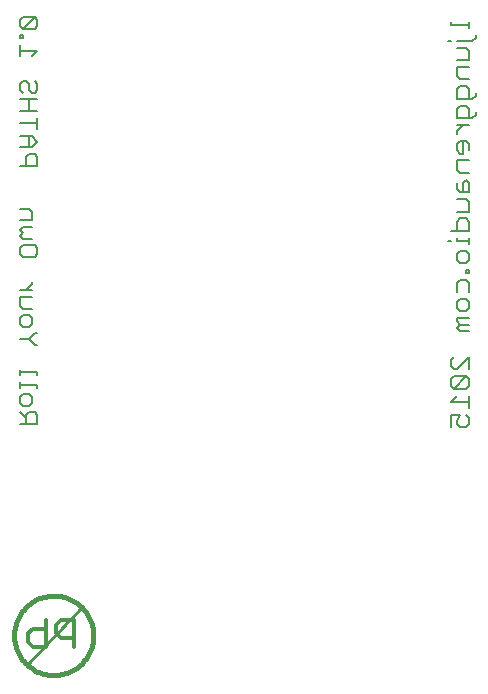
<source format=gbo>
G75*
%MOIN*%
%OFA0B0*%
%FSLAX24Y24*%
%IPPOS*%
%LPD*%
%AMOC8*
5,1,8,0,0,1.08239X$1,22.5*
%
%ADD10C,0.0080*%
%ADD11C,0.0120*%
%ADD12C,0.0160*%
%ADD13C,0.0100*%
D10*
X000584Y033359D02*
X001164Y033359D01*
X001164Y033650D01*
X001067Y033746D01*
X000874Y033746D01*
X000777Y033650D01*
X000777Y033359D01*
X000777Y033553D02*
X000584Y033746D01*
X000680Y033967D02*
X000584Y034064D01*
X000584Y034257D01*
X000680Y034354D01*
X000874Y034354D01*
X000971Y034257D01*
X000971Y034064D01*
X000874Y033967D01*
X000680Y033967D01*
X000584Y034575D02*
X000584Y034768D01*
X000584Y034671D02*
X001164Y034671D01*
X001164Y034575D01*
X001164Y034980D02*
X001164Y035077D01*
X000584Y035077D01*
X000584Y035173D02*
X000584Y034980D01*
X001067Y035993D02*
X000874Y036186D01*
X000584Y036186D01*
X000680Y036600D02*
X000584Y036697D01*
X000584Y036891D01*
X000680Y036987D01*
X000874Y036987D01*
X000971Y036891D01*
X000971Y036697D01*
X000874Y036600D01*
X000680Y036600D01*
X001067Y036380D02*
X000874Y036186D01*
X001067Y035993D02*
X001164Y035993D01*
X001164Y036380D02*
X001067Y036380D01*
X000971Y037208D02*
X000680Y037208D01*
X000584Y037305D01*
X000584Y037595D01*
X000971Y037595D01*
X000971Y037816D02*
X000584Y037816D01*
X000777Y037816D02*
X000971Y038009D01*
X000971Y038106D01*
X001067Y038930D02*
X000680Y038930D01*
X000584Y039027D01*
X000584Y039220D01*
X000680Y039317D01*
X001067Y039317D01*
X001164Y039220D01*
X001164Y039027D01*
X001067Y038930D01*
X000971Y039538D02*
X000680Y039538D01*
X000584Y039635D01*
X000680Y039731D01*
X000584Y039828D01*
X000680Y039925D01*
X000971Y039925D01*
X000971Y040145D02*
X000971Y040436D01*
X000874Y040532D01*
X000584Y040532D01*
X000584Y040145D02*
X000971Y040145D01*
X001164Y041969D02*
X000584Y041969D01*
X000777Y041969D02*
X000777Y042259D01*
X000874Y042356D01*
X001067Y042356D01*
X001164Y042259D01*
X001164Y041969D01*
X000971Y042576D02*
X001164Y042770D01*
X000971Y042963D01*
X000584Y042963D01*
X000584Y042576D02*
X000971Y042576D01*
X000874Y042576D02*
X000874Y042963D01*
X001164Y043184D02*
X001164Y043571D01*
X001164Y043378D02*
X000584Y043378D01*
X000584Y043792D02*
X001164Y043792D01*
X001164Y044179D02*
X000584Y044179D01*
X000680Y044400D02*
X000584Y044496D01*
X000584Y044690D01*
X000680Y044787D01*
X000777Y044787D01*
X000874Y044690D01*
X000874Y044496D01*
X000971Y044400D01*
X001067Y044400D01*
X001164Y044496D01*
X001164Y044690D01*
X001067Y044787D01*
X000971Y045615D02*
X001164Y045808D01*
X000584Y045808D01*
X000584Y045615D02*
X000584Y046002D01*
X000584Y046223D02*
X000584Y046319D01*
X000680Y046319D01*
X000680Y046223D01*
X000584Y046223D01*
X000680Y046527D02*
X000584Y046623D01*
X000584Y046817D01*
X000680Y046914D01*
X001067Y046914D01*
X000680Y046527D01*
X001067Y046527D01*
X001164Y046623D01*
X001164Y046817D01*
X001067Y046914D01*
X000874Y044179D02*
X000874Y043792D01*
X014839Y046127D02*
X014942Y046127D01*
X015149Y046127D02*
X015666Y046127D01*
X015770Y046230D01*
X015770Y046334D01*
X015563Y046557D02*
X015563Y046764D01*
X015563Y046660D02*
X014942Y046660D01*
X014942Y046764D01*
X015149Y045904D02*
X015459Y045904D01*
X015563Y045801D01*
X015563Y045490D01*
X015149Y045490D01*
X015149Y045260D02*
X015149Y044949D01*
X015252Y044846D01*
X015563Y044846D01*
X015459Y044615D02*
X015563Y044512D01*
X015563Y044201D01*
X015666Y044201D02*
X015149Y044201D01*
X015149Y044512D01*
X015252Y044615D01*
X015459Y044615D01*
X015770Y044305D02*
X015666Y044201D01*
X015770Y044305D02*
X015770Y044408D01*
X015459Y043970D02*
X015563Y043867D01*
X015563Y043557D01*
X015666Y043557D02*
X015149Y043557D01*
X015149Y043867D01*
X015252Y043970D01*
X015459Y043970D01*
X015770Y043660D02*
X015666Y043557D01*
X015770Y043660D02*
X015770Y043764D01*
X015563Y043326D02*
X015149Y043326D01*
X015149Y043119D02*
X015149Y043016D01*
X015149Y043119D02*
X015356Y043326D01*
X015356Y042789D02*
X015356Y042375D01*
X015252Y042375D01*
X015149Y042479D01*
X015149Y042685D01*
X015252Y042789D01*
X015459Y042789D01*
X015563Y042685D01*
X015563Y042479D01*
X015563Y042144D02*
X015149Y042144D01*
X015149Y041834D01*
X015252Y041731D01*
X015563Y041731D01*
X015459Y041500D02*
X015356Y041396D01*
X015356Y041086D01*
X015252Y041086D02*
X015563Y041086D01*
X015563Y041396D01*
X015459Y041500D01*
X015149Y041189D02*
X015252Y041086D01*
X015149Y041189D02*
X015149Y041396D01*
X015149Y040855D02*
X015459Y040855D01*
X015563Y040752D01*
X015563Y040441D01*
X015149Y040441D01*
X015252Y040211D02*
X015149Y040107D01*
X015149Y039797D01*
X014942Y039797D02*
X015563Y039797D01*
X015563Y040107D01*
X015459Y040211D01*
X015252Y040211D01*
X015149Y039566D02*
X015149Y039463D01*
X015563Y039463D01*
X015563Y039566D02*
X015563Y039359D01*
X015459Y039136D02*
X015563Y039033D01*
X015563Y038826D01*
X015459Y038723D01*
X015252Y038723D01*
X015149Y038826D01*
X015149Y039033D01*
X015252Y039136D01*
X015459Y039136D01*
X015459Y038492D02*
X015459Y038388D01*
X015563Y038388D01*
X015563Y038492D01*
X015459Y038492D01*
X015459Y038170D02*
X015563Y038066D01*
X015563Y037756D01*
X015459Y037525D02*
X015563Y037422D01*
X015563Y037215D01*
X015459Y037111D01*
X015252Y037111D01*
X015149Y037215D01*
X015149Y037422D01*
X015252Y037525D01*
X015459Y037525D01*
X015563Y036880D02*
X015149Y036880D01*
X015149Y036777D01*
X015252Y036674D01*
X015149Y036570D01*
X015252Y036467D01*
X015563Y036467D01*
X015563Y036674D02*
X015252Y036674D01*
X015149Y037756D02*
X015149Y038066D01*
X015252Y038170D01*
X015459Y038170D01*
X014942Y039463D02*
X014839Y039463D01*
X015046Y035591D02*
X014942Y035488D01*
X014942Y035281D01*
X015046Y035178D01*
X015149Y035178D01*
X015563Y035591D01*
X015563Y035178D01*
X015459Y034947D02*
X015046Y034533D01*
X015459Y034533D01*
X015563Y034637D01*
X015563Y034843D01*
X015459Y034947D01*
X015046Y034947D01*
X014942Y034843D01*
X014942Y034637D01*
X015046Y034533D01*
X015149Y034302D02*
X014942Y034095D01*
X015563Y034095D01*
X015563Y033889D02*
X015563Y034302D01*
X015459Y033658D02*
X015563Y033554D01*
X015563Y033347D01*
X015459Y033244D01*
X015252Y033244D01*
X015149Y033347D01*
X015149Y033451D01*
X015252Y033658D01*
X014942Y033658D01*
X014942Y033244D01*
X015149Y045260D02*
X015563Y045260D01*
D11*
X002373Y026819D02*
X002373Y025938D01*
X002373Y026232D02*
X001933Y026232D01*
X001786Y026379D01*
X001786Y026672D01*
X001933Y026819D01*
X002373Y026819D01*
X001453Y026819D02*
X001453Y025938D01*
X001012Y025938D01*
X000866Y026085D01*
X000866Y026379D01*
X001012Y026526D01*
X001453Y026526D01*
D12*
X000384Y026311D02*
X000386Y026383D01*
X000392Y026455D01*
X000402Y026527D01*
X000415Y026597D01*
X000433Y026667D01*
X000454Y026736D01*
X000479Y026804D01*
X000508Y026870D01*
X000541Y026935D01*
X000576Y026997D01*
X000615Y027058D01*
X000658Y027116D01*
X000703Y027172D01*
X000752Y027226D01*
X000803Y027276D01*
X000857Y027324D01*
X000914Y027369D01*
X000973Y027411D01*
X001034Y027449D01*
X001097Y027484D01*
X001162Y027515D01*
X001229Y027543D01*
X001297Y027567D01*
X001366Y027588D01*
X001436Y027604D01*
X001507Y027617D01*
X001579Y027626D01*
X001651Y027631D01*
X001723Y027632D01*
X001795Y027629D01*
X001867Y027622D01*
X001938Y027611D01*
X002009Y027597D01*
X002079Y027578D01*
X002147Y027556D01*
X002215Y027530D01*
X002280Y027500D01*
X002345Y027467D01*
X002407Y027430D01*
X002467Y027390D01*
X002525Y027347D01*
X002580Y027301D01*
X002633Y027251D01*
X002683Y027199D01*
X002730Y027145D01*
X002774Y027087D01*
X002815Y027028D01*
X002852Y026966D01*
X002886Y026903D01*
X002917Y026837D01*
X002944Y026770D01*
X002967Y026702D01*
X002986Y026633D01*
X003002Y026562D01*
X003014Y026491D01*
X003022Y026419D01*
X003026Y026347D01*
X003026Y026275D01*
X003022Y026203D01*
X003014Y026131D01*
X003002Y026060D01*
X002986Y025989D01*
X002967Y025920D01*
X002944Y025852D01*
X002917Y025785D01*
X002886Y025719D01*
X002852Y025656D01*
X002815Y025594D01*
X002774Y025535D01*
X002730Y025477D01*
X002683Y025423D01*
X002633Y025371D01*
X002580Y025321D01*
X002525Y025275D01*
X002467Y025232D01*
X002407Y025192D01*
X002345Y025155D01*
X002280Y025122D01*
X002215Y025092D01*
X002147Y025066D01*
X002079Y025044D01*
X002009Y025025D01*
X001938Y025011D01*
X001867Y025000D01*
X001795Y024993D01*
X001723Y024990D01*
X001651Y024991D01*
X001579Y024996D01*
X001507Y025005D01*
X001436Y025018D01*
X001366Y025034D01*
X001297Y025055D01*
X001229Y025079D01*
X001162Y025107D01*
X001097Y025138D01*
X001034Y025173D01*
X000973Y025211D01*
X000914Y025253D01*
X000857Y025298D01*
X000803Y025346D01*
X000752Y025396D01*
X000703Y025450D01*
X000658Y025506D01*
X000615Y025564D01*
X000576Y025625D01*
X000541Y025687D01*
X000508Y025752D01*
X000479Y025818D01*
X000454Y025886D01*
X000433Y025955D01*
X000415Y026025D01*
X000402Y026095D01*
X000392Y026167D01*
X000386Y026239D01*
X000384Y026311D01*
D13*
X000859Y025367D02*
X002611Y027217D01*
M02*

</source>
